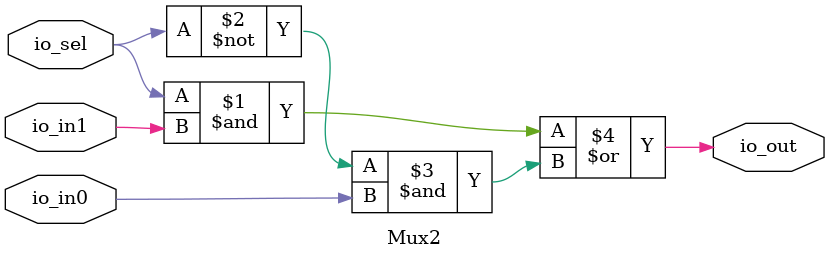
<source format=v>
module Mux2(
  input   io_sel,
  input   io_in0,
  input   io_in1,
  output  io_out
);
  assign io_out = io_sel & io_in1 | ~io_sel & io_in0; // @[Mux2.scala 11:31]
endmodule

</source>
